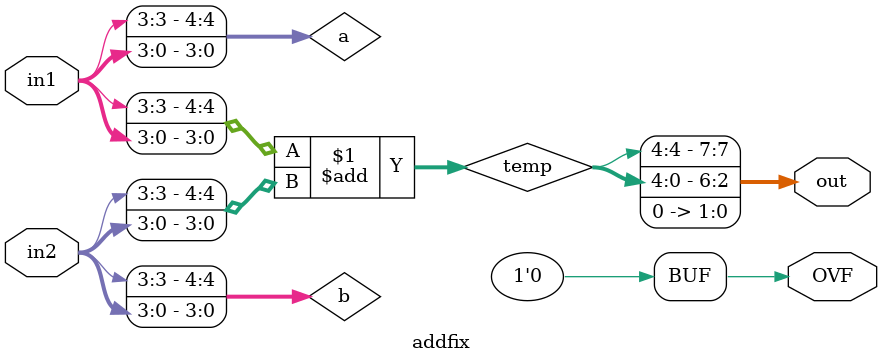
<source format=v>
`timescale 1ns / 1ps

`define RQWI   ( WI1 > WI2 ? (WI1+1) : (WI2+1) )
`define RQWF   ( WF1 > WF2 ? (WF1) : (WF2) )
module addfix  #(parameter WI1=2, WF1=2, WI2=2, WF2=2, WI0=4, WF0=4)( input signed [WI1+WF1-1:0] in1, input signed [WI2+WF2-1:0] in2, output signed [WI0+WF0-1:0] out, output OVF);
generate
wire [`RQWI+`RQWF-1:0] a;
wire [`RQWI+`RQWF-1:0] b;
wire [`RQWI+`RQWF-1:0] temp;


assign a ={{(`RQWI-WI1){in1[WI1+WF1-1]}},in1 ,{(`RQWF-WF1){1'b0}}};
assign b ={{(`RQWI-WI2){in2[WI2+WF2-1]}},in2 ,{(`RQWF-WF2){1'b0}}};

assign temp = a + b;

assign out = {{( WI0 > `RQWI ? WI0-`RQWI+1 : 1 ){temp[`RQWI+`RQWF-1]}},temp[( WI0 > `RQWI ? `RQWI+`RQWF-2  : WI0+`RQWF-2 ):`RQWF],temp[`RQWF-1:( WF0 > `RQWF ? 0 :`RQWF-WF0)],{( WF0 > `RQWF ? WF0-`RQWF : 0 ){1'b0}}};



if ( WI0 >= `RQWI) 
    begin 
    assign OVF=1'b0;
    end 
else  
    begin
    assign OVF = ~((&temp[`RQWI+`RQWF-1:WI0+`RQWF-1])||(~(|temp[`RQWI+`RQWF-1:WI0+`RQWF-1]))) ;
    end
endgenerate

endmodule

</source>
